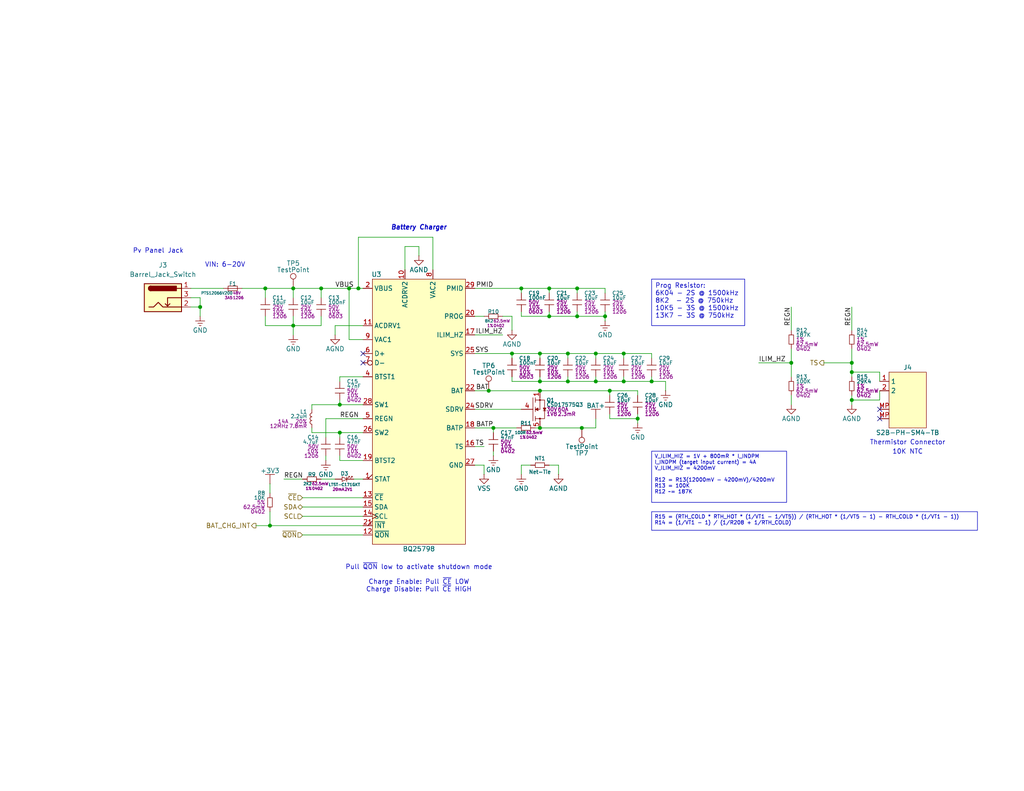
<source format=kicad_sch>
(kicad_sch (version 20231120) (generator "eeschema") (generator_version "8.0")
  (paper "USLetter")
  (title_block (title "LiFePO4 Charger") (date "2024-11-29") (rev "01") (comment 2 "PROTOTYPE") (comment 3 "2024"))
  (lib_symbols
    (symbol "lib_sch:+3V3" (power) (pin_numbers hide) (pin_names (offset 0) hide)
      (property "Value" "+3V3" (at 0 3.556 0))
      (symbol "+3V3_1_1"
        (pin power_in line (at 0 0 90) (length 0) (name "~") (number "1"))
      )
    )
    (symbol "lib_sch:AGND" (power) (pin_numbers hide) (pin_names (offset 0) hide)
      (property "Value" "AGND" (at 0 -3.81 0))
      (symbol "AGND_1_1"
        (pin power_in line (at 0 0 270) (length 0) (name "~") (number "1"))
      )
    )
    (symbol "lib_sch:BAT+" (power) (pin_numbers hide) (pin_names (offset 0) hide)
      (property "Value" "BAT+" (at 0 3.556 0))
      (symbol "BAT+_1_1"
        (pin power_in line (at 0 0 90) (length 0) (name "~") (number "1"))
      )
    )
    (symbol "lib_sch:BQ25798"
      (property "Reference" "U" (at -12.954 35.56 0))
      (symbol "BQ25798_0_0"
        (pin open_emitter output_low (at -15.24 -20.32 0) (length 2.54) (name "STAT") (number "1"))
        (pin output line (at -3.81 36.83 270) (length 2.54) (name "ACDRV2") (number "10"))
        (pin output line (at -15.24 21.59 0) (length 2.54) (name "ACDRV1") (number "11"))
        (pin input line (at -15.24 -35.56 0) (length 2.54) (name "~{QON}") (number "12"))
        (pin input line (at -15.24 -25.4 0) (length 2.54) (name "~{CE}") (number "13"))
        (pin input clock (at -15.24 -30.48 0) (length 2.54) (name "SCL") (number "14"))
        (pin bidirectional line (at -15.24 -27.94 0) (length 2.54) (name "SDA") (number "15"))
        (pin input line (at 15.24 -11.43 180) (length 2.54) (name "TS") (number "16"))
        (pin passive line (at 15.24 19.05 180) (length 2.54) (name "ILIM_HZ") (number "17"))
        (pin input line (at 15.24 -6.35 180) (length 2.54) (name "BATP") (number "18"))
        (pin power_out line (at -15.24 -15.24 0) (length 2.54) (name "BTST2") (number "19"))
        (pin power_in line (at -15.24 31.75 0) (length 2.54) (name "VBUS") (number "2"))
        (pin passive line (at 15.24 24.13 180) (length 2.54) (name "PROG") (number "20"))
        (pin output output_low (at -15.24 -33.02 0) (length 2.54) (name "~{INT}") (number "21"))
        (pin power_out line (at 15.24 3.81 180) (length 2.54) (name "BAT") (number "22"))
        (pin power_out line (at 15.24 -1.27 180) (length 2.54) (name "SDRV") (number "24"))
        (pin output line (at 15.24 13.97 180) (length 2.54) (name "SYS") (number "25"))
        (pin passive line (at -15.24 -7.62 0) (length 2.54) (name "SW2") (number "26"))
        (pin passive line (at 15.24 -16.51 180) (length 2.54) (name "GND") (number "27"))
        (pin passive line (at -15.24 0 0) (length 2.54) (name "SW1") (number "28"))
        (pin open_collector line (at 15.24 31.75 180) (length 2.54) (name "PMID") (number "29"))
        (pin power_in line (at -15.24 7.62 0) (length 2.54) (name "BTST1") (number "4"))
        (pin power_out line (at -15.24 -3.81 0) (length 2.54) (name "REGN") (number "5"))
        (pin bidirectional line (at -15.24 13.97 0) (length 2.54) (name "D+") (number "6"))
        (pin bidirectional inverted (at -15.24 11.43 0) (length 2.54) (name "D-") (number "7"))
        (pin power_in line (at 3.81 36.83 270) (length 2.54) (name "VAC2") (number "8"))
        (pin power_in line (at -15.24 17.78 0) (length 2.54) (name "VAC1") (number "9"))
      )
      (symbol "BQ25798_1_0"
        (pin output line (at 15.24 3.81 180) (length 2.54) hide (name "BAT") (number "23"))
        (pin power_in line (at -15.24 31.75 0) (length 2.54) hide (name "VBUS") (number "3"))
      )
    )
    (symbol "lib_sch:Barrel_Jack_Switch" (pin_names hide)
      (property "Reference" "J" (at 0 5.334 0))
      (property "Value" "Barrel_Jack_Switch" (at 0 -5.08 0))
      (symbol "Barrel_Jack_Switch_1_1"
        (pin passive line (at 7.62 2.54 180) (length 2.54) (name "~") (number "1"))
        (pin passive line (at 7.62 -2.54 180) (length 2.54) (name "~") (number "2"))
        (pin passive line (at 7.62 0 180) (length 2.54) (name "~") (number "3"))
      )
    )
    (symbol "lib_sch:C" (pin_numbers hide) (pin_names hide)
      (property "Reference" "C?" (at 1.905 2.54 0))
      (property "Value" "CAP" (at 1.905 1.27 0))
      (property "Tolerance" "TOL" (at 1.905 -1.27 0))
      (property "Voltage Rating" "VOLTAGE" (at 1.905 0 0))
      (property "Package" "PKG" (at 1.905 -2.54 0))
      (symbol "C_1_1"
        (pin passive line (at 0 2.54 270) (length 1.905) (name "") (number "1"))
        (pin passive line (at 0 -2.54 90) (length 1.905) (name "") (number "2"))
      )
    )
    (symbol "lib_sch:F_horizontal"
      (property "Reference" "F" (at 0 1.27 0))
      (property "Value" "VAL" (at 0 -1.27 0))
      (property "Voltage" "VOLT" (at 0 -1.27 0))
      (property "Trip Current" "TRIP" (at 0 -2.54 0))
      (property "Package" "PKG" (at 0 -2.54 0))
      (symbol "F_horizontal_1_1"
        (pin passive line (at -2.54 0 0) (length 1.27) (name "") (number "1"))
        (pin passive line (at 2.54 0 180) (length 1.27) (name "") (number "2"))
      )
    )
    (symbol "lib_sch:GND" (power) (pin_numbers hide) (pin_names (offset 0) hide)
      (property "Value" "GND" (at 0 -3.81 0))
      (symbol "GND_1_1"
        (pin power_in line (at 0 0 270) (length 0) (name "~") (number "1"))
      )
    )
    (symbol "lib_sch:L" (pin_numbers hide) (pin_names hide)
      (property "Reference" "L?" (at 1.27 1.905 0))
      (property "Value" "VAL" (at 1.27 0.635 0))
      (property "Tolerance" "TOL" (at 1.27 -0.635 0))
      (property "Current Rating" "TOL" (at 4.445 -0.635 0))
      (property "DC Resistance" "DCR" (at 1.27 -1.905 0))
      (property "Resonant Frequency" "FRES" (at 4.445 -1.905 0))
      (symbol "L_1_0"
        (pin passive line (at 0 2.54 270) (length 1.016) (name "") (number "1"))
        (pin passive line (at 0 -2.54 90) (length 1.016) (name "") (number "2"))
      )
    )
    (symbol "lib_sch:LED_horizontal" (pin_numbers hide)
      (property "Reference" "D" (at 0 1.524 0))
      (property "Value" "VAL" (at 0 -1.524 0))
      (property "Forward Voltage" "FVOLT" (at 0 -2.794 0))
      (property "Current" "CURR" (at 0 -2.794 0))
      (symbol "LED_horizontal_1_0"
        (pin passive line (at -2.54 0 0) (length 1.905) (name "") (number "1"))
        (pin passive line (at 2.54 0 180) (length 1.905) (name "") (number "2"))
      )
    )
    (symbol "lib_sch:NMOS_SGD_PWR" (pin_names hide)
      (property "Reference" "Q3" (at 0 2.54 0))
      (property "Value" "CSD18532Q5B" (at 0 3.81 0))
      (property "VDSS" "60V" (at 0 5.08 0))
      (property "VGSTH" "2V2" (at 0 6.35 0))
      (property "ID" "100A" (at 0 5.08 0))
      (property "RDSON" "3.2mR" (at 0 6.35 0))
      (symbol "NMOS_SGD_PWR_1_0"
        (pin passive line (at 5.08 0 180) (length 1.905) (name "") (number "1"))
        (pin passive line (at 5.08 0 180) (length 1.905) hide (name "") (number "2"))
        (pin passive line (at 5.08 0 180) (length 1.905) hide (name "") (number "3"))
        (pin passive line (at 0 -5.08 90) (length 3.175) (name "") (number "4"))
        (pin passive line (at -5.08 0 0) (length 1.905) (name "") (number "5"))
        (pin passive line (at -5.08 0 0) (length 1.905) hide (name "") (number "6"))
        (pin passive line (at -5.08 0 0) (length 1.905) hide (name "") (number "7"))
        (pin passive line (at -5.08 0 0) (length 1.905) hide (name "") (number "8"))
      )
    )
    (symbol "lib_sch:NT"
      (property "Reference" "NT?" (at 1.27 0.635 0))
      (property "Value" "Net-Tie" (at 1.27 -0.635 0))
      (symbol "NT_1_1"
        (pin passive line (at 0 2.54 270) (length 1.27) (name "") (number "1"))
        (pin passive line (at 0 -2.54 90) (length 1.27) (name "") (number "2"))
      )
    )
    (symbol "lib_sch:R"
      (property "Reference" "R?" (at 1.27 2.54 0))
      (property "Value" "VAL" (at 1.27 1.27 0))
      (property "Tolerance" "TOL" (at 1.27 0 0))
      (property "Power Rating" "PWR" (at 1.27 -1.27 0))
      (property "Package" "PKG" (at 1.27 -2.54 0))
      (symbol "R_1_1"
        (pin passive line (at 0 2.54 270) (length 1.27) (name "") (number "1"))
        (pin passive line (at 0 -2.54 90) (length 1.27) (name "") (number "2"))
      )
    )
    (symbol "lib_sch:R_horizontal"
      (property "Reference" "R?" (at 0 1.27 0))
      (property "Value" "VAL" (at 0 -1.27 0))
      (property "Tolerance" "TOL" (at 0 -2.54 0))
      (property "Power Rating" "PWR" (at 0 -1.27 0))
      (property "Package" "PKG" (at 0 -2.54 0))
      (symbol "R_horizontal_1_1"
        (pin passive line (at -2.54 0 0) (length 1.27) (name "") (number "1"))
        (pin passive line (at 2.54 0 180) (length 1.27) (name "") (number "2"))
      )
    )
    (symbol "lib_sch:S2B-XX-SM4-TB"
      (property "Reference" "J" (at 0 8.89 0))
      (property "Value" "S2B-XX-SM4-TB" (at 0 -8.89 0))
      (symbol "S2B-XX-SM4-TB_1_0"
        (pin passive line (at -7.62 5.08 0) (length 2.54) (name "1") (number "1"))
        (pin power_in line (at -7.62 2.54 0) (length 2.54) (name "2") (number "2"))
        (pin passive line (at -7.62 -5.08 0) (length 2.54) (name "") (number "MP"))
        (pin passive line (at -7.62 -2.54 0) (length 2.54) (name "") (number "MP"))
      )
    )
    (symbol "lib_sch:TestPoint" (pin_numbers hide) (pin_names (offset 0.762) hide)
      (property "Reference" "TP" (at 0 6.858 0))
      (property "Value" "TestPoint" (at 0 5.08 0))
      (symbol "TestPoint_1_1"
        (pin passive line (at 0 0 90) (length 2.54) (name "1") (number "1"))
      )
    )
    (symbol "lib_sch:VSS" (power) (pin_numbers hide) (pin_names (offset 0) hide)
      (property "Value" "VSS" (at 0 -3.81 0))
      (symbol "VSS_1_1"
        (pin power_in line (at 0 0 270) (length 0) (name "~") (number "1"))
      )
    )
  )
  (junction (at 142.24 78.74))
  (junction (at 54.61 83.82))
  (junction (at 170.18 96.52))
  (junction (at 154.94 104.14))
  (junction (at 97.79 78.74))
  (junction (at 157.48 78.74))
  (junction (at 173.99 114.3))
  (junction (at 149.86 86.36))
  (junction (at 73.66 143.51))
  (junction (at 80.01 88.9))
  (junction (at 154.94 96.52))
  (junction (at 158.75 116.84))
  (junction (at 87.63 78.74))
  (junction (at 147.32 106.68))
  (junction (at 92.71 118.11))
  (junction (at 147.32 116.84))
  (junction (at 134.62 116.84))
  (junction (at 162.56 104.14))
  (junction (at 147.32 96.52))
  (junction (at 177.8 104.14))
  (junction (at 139.7 96.52))
  (junction (at 92.71 110.49))
  (junction (at 72.39 78.74))
  (junction (at 215.9 99.06))
  (junction (at 232.41 99.06))
  (junction (at 232.41 101.6))
  (junction (at 80.01 78.74))
  (junction (at 157.48 86.36))
  (junction (at 165.1 86.36))
  (junction (at 170.18 104.14))
  (junction (at 147.32 104.14))
  (junction (at 166.37 106.68))
  (junction (at 95.25 78.74))
  (junction (at 149.86 78.74))
  (junction (at 162.56 96.52))
  (junction (at 232.41 109.22))
  (junction (at 133.35 106.68))
  (no_connect (at 240.03 114.3))
  (no_connect (at 240.03 111.76))
  (no_connect (at 99.06 96.52))
  (no_connect (at 99.06 99.06))
  (wire (pts (xy 72.39 78.74) (xy 80.01 78.74)))
  (wire (pts (xy 166.37 106.68) (xy 166.37 107.95)))
  (wire (pts (xy 207.01 99.06) (xy 215.9 99.06)))
  (wire (pts (xy 146.05 116.84) (xy 147.32 116.84)))
  (wire (pts (xy 134.62 116.84) (xy 134.62 118.11)))
  (wire (pts (xy 240.03 101.6) (xy 240.03 104.14)))
  (wire (pts (xy 162.56 96.52) (xy 162.56 97.79)))
  (wire (pts (xy 129.54 121.92) (xy 132.08 121.92)))
  (wire (pts (xy 82.55 138.43) (xy 99.06 138.43)))
  (wire (pts (xy 215.9 107.95) (xy 215.9 110.49)))
  (wire (pts (xy 129.54 106.68) (xy 133.35 106.68)))
  (wire (pts (xy 162.56 96.52) (xy 170.18 96.52)))
  (wire (pts (xy 118.11 73.66) (xy 118.11 64.77)))
  (wire (pts (xy 149.86 85.09) (xy 149.86 86.36)))
  (wire (pts (xy 165.1 85.09) (xy 165.1 86.36)))
  (wire (pts (xy 72.39 86.36) (xy 72.39 88.9)))
  (wire (pts (xy 87.63 78.74) (xy 87.63 81.28)))
  (wire (pts (xy 92.71 110.49) (xy 92.71 109.22)))
  (wire (pts (xy 129.54 111.76) (xy 142.24 111.76)))
  (wire (pts (xy 170.18 104.14) (xy 177.8 104.14)))
  (wire (pts (xy 80.01 88.9) (xy 80.01 91.44)))
  (wire (pts (xy 232.41 109.22) (xy 240.03 109.22)))
  (wire (pts (xy 129.54 86.36) (xy 132.08 86.36)))
  (wire (pts (xy 139.7 104.14) (xy 147.32 104.14)))
  (wire (pts (xy 162.56 102.87) (xy 162.56 104.14)))
  (wire (pts (xy 82.55 140.97) (xy 99.06 140.97)))
  (wire (pts (xy 157.48 78.74) (xy 157.48 80.01)))
  (wire (pts (xy 69.85 143.51) (xy 73.66 143.51)))
  (wire (pts (xy 157.48 86.36) (xy 165.1 86.36)))
  (wire (pts (xy 232.41 101.6) (xy 240.03 101.6)))
  (wire (pts (xy 73.66 143.51) (xy 99.06 143.51)))
  (wire (pts (xy 114.3 67.31) (xy 114.3 69.85)))
  (wire (pts (xy 52.07 81.28) (xy 54.61 81.28)))
  (wire (pts (xy 129.54 127) (xy 132.08 127)))
  (wire (pts (xy 157.48 85.09) (xy 157.48 86.36)))
  (wire (pts (xy 85.09 110.49) (xy 92.71 110.49)))
  (wire (pts (xy 80.01 78.74) (xy 80.01 81.28)))
  (wire (pts (xy 85.09 110.49) (xy 85.09 111.76)))
  (wire (pts (xy 166.37 114.3) (xy 173.99 114.3)))
  (wire (pts (xy 139.7 96.52) (xy 147.32 96.52)))
  (wire (pts (xy 181.61 104.14) (xy 181.61 106.68)))
  (wire (pts (xy 91.44 88.9) (xy 99.06 88.9)))
  (wire (pts (xy 129.54 78.74) (xy 142.24 78.74)))
  (wire (pts (xy 215.9 95.25) (xy 215.9 99.06)))
  (wire (pts (xy 154.94 102.87) (xy 154.94 104.14)))
  (wire (pts (xy 142.24 127) (xy 142.24 129.54)))
  (wire (pts (xy 154.94 96.52) (xy 154.94 97.79)))
  (wire (pts (xy 129.54 116.84) (xy 134.62 116.84)))
  (wire (pts (xy 142.24 78.74) (xy 142.24 80.01)))
  (wire (pts (xy 166.37 113.03) (xy 166.37 114.3)))
  (wire (pts (xy 80.01 86.36) (xy 80.01 88.9)))
  (wire (pts (xy 72.39 78.74) (xy 72.39 81.28)))
  (wire (pts (xy 149.86 78.74) (xy 149.86 80.01)))
  (wire (pts (xy 144.78 127) (xy 142.24 127)))
  (wire (pts (xy 142.24 86.36) (xy 149.86 86.36)))
  (wire (pts (xy 232.41 99.06) (xy 232.41 101.6)))
  (wire (pts (xy 92.71 118.11) (xy 92.71 119.38)))
  (wire (pts (xy 224.79 99.06) (xy 232.41 99.06)))
  (wire (pts (xy 162.56 104.14) (xy 170.18 104.14)))
  (wire (pts (xy 142.24 78.74) (xy 149.86 78.74)))
  (wire (pts (xy 118.11 64.77) (xy 97.79 64.77)))
  (wire (pts (xy 166.37 106.68) (xy 173.99 106.68)))
  (wire (pts (xy 95.25 92.71) (xy 95.25 78.74)))
  (wire (pts (xy 165.1 86.36) (xy 165.1 87.63)))
  (wire (pts (xy 177.8 104.14) (xy 177.8 102.87)))
  (wire (pts (xy 92.71 125.73) (xy 99.06 125.73)))
  (wire (pts (xy 80.01 88.9) (xy 87.63 88.9)))
  (wire (pts (xy 170.18 102.87) (xy 170.18 104.14)))
  (wire (pts (xy 85.09 118.11) (xy 85.09 116.84)))
  (wire (pts (xy 91.44 91.44) (xy 91.44 88.9)))
  (wire (pts (xy 149.86 86.36) (xy 157.48 86.36)))
  (wire (pts (xy 66.04 78.74) (xy 72.39 78.74)))
  (wire (pts (xy 88.9 124.46) (xy 88.9 125.73)))
  (wire (pts (xy 170.18 96.52) (xy 170.18 97.79)))
  (wire (pts (xy 139.7 90.17) (xy 139.7 86.36)))
  (wire (pts (xy 147.32 96.52) (xy 154.94 96.52)))
  (wire (pts (xy 82.55 146.05) (xy 99.06 146.05)))
  (wire (pts (xy 134.62 123.19) (xy 134.62 124.46)))
  (wire (pts (xy 110.49 73.66) (xy 110.49 67.31)))
  (wire (pts (xy 177.8 96.52) (xy 177.8 97.79)))
  (wire (pts (xy 240.03 106.68) (xy 240.03 109.22)))
  (wire (pts (xy 97.79 64.77) (xy 97.79 78.74)))
  (wire (pts (xy 87.63 78.74) (xy 95.25 78.74)))
  (wire (pts (xy 232.41 101.6) (xy 232.41 102.87)))
  (wire (pts (xy 88.9 114.3) (xy 88.9 119.38)))
  (wire (pts (xy 95.25 78.74) (xy 97.79 78.74)))
  (wire (pts (xy 232.41 83.82) (xy 232.41 90.17)))
  (wire (pts (xy 92.71 118.11) (xy 99.06 118.11)))
  (wire (pts (xy 152.4 127) (xy 149.86 127)))
  (wire (pts (xy 152.4 129.54) (xy 152.4 127)))
  (wire (pts (xy 232.41 107.95) (xy 232.41 109.22)))
  (wire (pts (xy 154.94 104.14) (xy 162.56 104.14)))
  (wire (pts (xy 92.71 102.87) (xy 92.71 104.14)))
  (wire (pts (xy 158.75 116.84) (xy 162.56 116.84)))
  (wire (pts (xy 73.66 139.7) (xy 73.66 143.51)))
  (wire (pts (xy 139.7 96.52) (xy 139.7 97.79)))
  (wire (pts (xy 147.32 116.84) (xy 158.75 116.84)))
  (wire (pts (xy 157.48 78.74) (xy 165.1 78.74)))
  (wire (pts (xy 72.39 88.9) (xy 80.01 88.9)))
  (wire (pts (xy 181.61 104.14) (xy 177.8 104.14)))
  (wire (pts (xy 147.32 102.87) (xy 147.32 104.14)))
  (wire (pts (xy 173.99 114.3) (xy 173.99 113.03)))
  (wire (pts (xy 77.47 130.81) (xy 82.55 130.81)))
  (wire (pts (xy 73.66 132.08) (xy 73.66 134.62)))
  (wire (pts (xy 133.35 106.68) (xy 147.32 106.68)))
  (wire (pts (xy 165.1 78.74) (xy 165.1 80.01)))
  (wire (pts (xy 162.56 114.3) (xy 162.56 116.84)))
  (wire (pts (xy 129.54 96.52) (xy 139.7 96.52)))
  (wire (pts (xy 80.01 78.74) (xy 87.63 78.74)))
  (wire (pts (xy 82.55 135.89) (xy 99.06 135.89)))
  (wire (pts (xy 97.79 78.74) (xy 99.06 78.74)))
  (wire (pts (xy 87.63 130.81) (xy 91.44 130.81)))
  (wire (pts (xy 173.99 114.3) (xy 173.99 115.57)))
  (wire (pts (xy 99.06 114.3) (xy 88.9 114.3)))
  (wire (pts (xy 170.18 96.52) (xy 177.8 96.52)))
  (wire (pts (xy 173.99 107.95) (xy 173.99 106.68)))
  (wire (pts (xy 142.24 85.09) (xy 142.24 86.36)))
  (wire (pts (xy 54.61 81.28) (xy 54.61 83.82)))
  (wire (pts (xy 87.63 86.36) (xy 87.63 88.9)))
  (wire (pts (xy 149.86 78.74) (xy 157.48 78.74)))
  (wire (pts (xy 92.71 118.11) (xy 85.09 118.11)))
  (wire (pts (xy 54.61 86.36) (xy 54.61 83.82)))
  (wire (pts (xy 232.41 95.25) (xy 232.41 99.06)))
  (wire (pts (xy 99.06 92.71) (xy 95.25 92.71)))
  (wire (pts (xy 92.71 124.46) (xy 92.71 125.73)))
  (wire (pts (xy 147.32 104.14) (xy 154.94 104.14)))
  (wire (pts (xy 147.32 96.52) (xy 147.32 97.79)))
  (wire (pts (xy 215.9 83.82) (xy 215.9 90.17)))
  (wire (pts (xy 92.71 110.49) (xy 99.06 110.49)))
  (wire (pts (xy 139.7 102.87) (xy 139.7 104.14)))
  (wire (pts (xy 96.52 130.81) (xy 99.06 130.81)))
  (wire (pts (xy 129.54 91.44) (xy 137.16 91.44)))
  (wire (pts (xy 110.49 67.31) (xy 114.3 67.31)))
  (wire (pts (xy 132.08 127) (xy 132.08 129.54)))
  (wire (pts (xy 147.32 106.68) (xy 166.37 106.68)))
  (wire (pts (xy 232.41 109.22) (xy 232.41 110.49)))
  (wire (pts (xy 215.9 99.06) (xy 215.9 102.87)))
  (wire (pts (xy 139.7 86.36) (xy 137.16 86.36)))
  (wire (pts (xy 154.94 96.52) (xy 162.56 96.52)))
  (wire (pts (xy 134.62 116.84) (xy 140.97 116.84)))
  (wire (pts (xy 52.07 78.74) (xy 60.96 78.74)))
  (wire (pts (xy 92.71 102.87) (xy 99.06 102.87)))
  (wire (pts (xy 52.07 83.82) (xy 54.61 83.82)))
  (text_box "V_ILIM_HIZ = 1V + 800mR * I_INDPM\nI_INDPM (target input current) = 4A\nV_ILIM_HIZ = 4200mV\n\nR12 = R13(12000mV - 4200mV)/4200mV\nR13 = 100K\nR12 ~= 187K" (at 177.8 123.19 0) (size 36.83 13.97) (effects (font (size 1 1)) (justify left top)))
  (text_box "Prog Resistor:\n6K04 - 2S @ 1500kHz\n8K2  - 2S @ 750kHz\n10K5 - 3S @ 1500kHz\n13K7 - 3S @ 750kHz\n" (at 177.8 76.2 0) (size 25.4 12.7) (effects (font (size 1.27 1.27)) (justify left top)))
  (text_box "R15 = (RTH_COLD * RTH_HOT * (1/VT1 - 1/VT5)) / (RTH_HOT * (1/VT5 - 1) - RTH_COLD * (1/VT1 - 1))\nR14 = (1/VT1 - 1) / (1/R208 + 1/RTH_COLD)" (at 177.8 139.7 0) (size 88.9 5.08) (effects (font (size 1 1)) (justify left top)))
  (text "Pv Panel Jack" (at 43.18 68.58 0) (effects (font (size 1.27 1.27))))
  (text "VIN: 6-20V" (at 55.88 72.39 0) (effects (font (size 1.27 1.27)) (justify left)))
  (text "Battery Charger" (at 114.3 62.23 0) (effects (font (size 1.27 1.27) (thickness 0.254) (bold yes) (italic yes))))
  (text "10K NTC" (at 247.65 123.444 0) (effects (font (size 1.27 1.27))))
  (text "Charge Enable: Pull ~{CE} LOW\nCharge Disable: Pull ~{CE} HIGH" (at 114.3 160.02 0) (effects (font (size 1.27 1.27))))
  (text "Pull ~{QON} low to activate shutdown mode" (at 114.3 154.94 0) (effects (font (size 1.27 1.27))))
  (text "Thermistor Connector" (at 247.65 120.904 0) (effects (font (size 1.27 1.27))))
  (label "REGN" (at 77.47 130.81 0))
  (label "BAT" (at 133.35 106.68 180))
  (label "REGN" (at 92.71 114.3 0))
  (label "SDRV" (at 134.62 111.76 180))
  (label "REGN" (at 232.41 83.82 270))
  (label "ILIM_HZ" (at 137.16 91.44 180))
  (label "REGN" (at 215.9 83.82 270))
  (label "TS" (at 132.08 121.92 180))
  (label "ILIM_HZ" (at 207.01 99.06 0))
  (label "BATP" (at 134.62 116.84 180))
  (label "PMID" (at 134.62 78.74 180))
  (label "SYS" (at 133.35 96.52 180))
  (label "VBUS" (at 91.44 78.74 0))
  (hierarchical_label "SCL" (shape input) (at 82.55 140.97 180))
  (hierarchical_label "TS" (shape output) (at 224.79 99.06 180))
  (hierarchical_label "BAT_CHG_INT" (shape output) (at 69.85 143.51 180))
  (hierarchical_label "~{QON}" (shape input) (at 82.55 146.05 180))
  (hierarchical_label "~{CE}" (shape input) (at 82.55 135.89 180))
  (hierarchical_label "SDA" (shape bidirectional) (at 82.55 138.43 180))
  (symbol (lib_id "lib_sch:C") (at 147.32 100.33 0) (unit 1)
    (property "Reference" "C20" (at 149.225 97.79 0) (effects (font (size 1.016 1.016)) (justify left)))
    (property "Value" "10uF" (at 149.225 99.06 0) (effects (font (size 1.016 1.016)) (justify left)))
    (property "Footprint" "lib_fp:MLCC1206" (effects (hide yes)))
    (property "Datasheet" "datasheets/TDK-CGA-MLCC.pdf" (effects (hide yes)))
    (property "Description" "AUTOMOTIVE GRADE,1206,X7R,25V,10" (effects (hide yes)))
    (property "Manufacturer" "TDK Corporation" (effects (hide yes)))
    (property "MPN" "CGA5L1X7R1E106K160DC" (effects (hide yes)))
    (property "DKPN" "445-CGA5L1X7R1E106K160DCCT-ND" (effects (hide yes)))
    (property "Tolerance" "10%" (at 149.225 101.6 0) (effects (font (size 1.016 1.016)) (justify left)))
    (property "Voltage Rating" "25V" (at 149.225 100.33 0) (effects (font (size 1.016 1.016)) (justify left)))
    (property "Package" "1206" (at 149.225 102.87 0) (effects (font (size 1.016 1.016)) (justify left)))
  )
  (symbol (lib_id "lib_sch:C") (at 142.24 82.55 0) (unit 1)
    (property "Reference" "C19" (at 144.145 80.01 0) (effects (font (size 1.016 1.016)) (justify left)))
    (property "Value" "100nF" (at 144.145 81.28 0) (effects (font (size 1.016 1.016)) (justify left)))
    (property "Footprint" "lib_fp:MLCC0603" (effects (hide yes)))
    (property "Datasheet" "datasheets/Kyocera-AVX-MLCCKAM.pdf" (effects (hide yes)))
    (property "Description" "CAP CER 0.1UF 50V X7R 0603" (effects (hide yes)))
    (property "Manufacturer" "KYOCERA AVX" (effects (hide yes)))
    (property "MPN" "KAM15AR71H104KM" (effects (hide yes)))
    (property "DKPN" "478-KAM15AR71H104KMCT-ND" (effects (hide yes)))
    (property "Tolerance" "10%" (at 144.145 83.82 0) (effects (font (size 1.016 1.016)) (justify left)))
    (property "Voltage Rating" "50V" (at 144.145 82.55 0) (effects (font (size 1.016 1.016)) (justify left)))
    (property "Package" "0603" (at 144.145 85.09 0) (effects (font (size 1.016 1.016)) (justify left)))
  )
  (symbol (lib_id "lib_sch:VSS") (at 132.08 129.54 0) (unit 1)
    (property "Reference" "#PWR031" (effects (hide yes)))
    (property "Value" "VSS" (at 132.08 133.35 0))
  )
  (symbol (lib_id "lib_sch:C") (at 170.18 100.33 0) (unit 1)
    (property "Reference" "C27" (at 172.085 97.79 0) (effects (font (size 1.016 1.016)) (justify left)))
    (property "Value" "10uF" (at 172.085 99.06 0) (effects (font (size 1.016 1.016)) (justify left)))
    (property "Footprint" "lib_fp:MLCC1206" (effects (hide yes)))
    (property "Datasheet" "datasheets/TDK-CGA-MLCC.pdf" (effects (hide yes)))
    (property "Description" "AUTOMOTIVE GRADE,1206,X7R,25V,10" (effects (hide yes)))
    (property "Manufacturer" "TDK Corporation" (effects (hide yes)))
    (property "MPN" "CGA5L1X7R1E106K160DC" (effects (hide yes)))
    (property "DKPN" "445-CGA5L1X7R1E106K160DCCT-ND" (effects (hide yes)))
    (property "Tolerance" "10%" (at 172.085 101.6 0) (effects (font (size 1.016 1.016)) (justify left)))
    (property "Voltage Rating" "25V" (at 172.085 100.33 0) (effects (font (size 1.016 1.016)) (justify left)))
    (property "Package" "1206" (at 172.085 102.87 0) (effects (font (size 1.016 1.016)) (justify left)))
  )
  (symbol (lib_id "lib_sch:C") (at 87.63 83.82 0) (unit 1)
    (property "Reference" "C13" (at 89.535 81.28 0) (effects (font (size 1.016 1.016)) (justify left)))
    (property "Value" "100nF" (at 89.535 82.55 0) (effects (font (size 1.016 1.016)) (justify left)))
    (property "Footprint" "lib_fp:MLCC0603" (effects (hide yes)))
    (property "Datasheet" "datasheets/Kyocera-AVX-MLCCKAM.pdf" (effects (hide yes)))
    (property "Description" "CAP CER 0.1UF 50V X7R 0603" (effects (hide yes)))
    (property "Manufacturer" "KYOCERA AVX" (effects (hide yes)))
    (property "MPN" "KAM15AR71H104KM" (effects (hide yes)))
    (property "DKPN" "478-KAM15AR71H104KMCT-ND" (effects (hide yes)))
    (property "Tolerance" "10%" (at 89.535 85.09 0) (effects (font (size 1.016 1.016)) (justify left)))
    (property "Voltage Rating" "50V" (at 89.535 83.82 0) (effects (font (size 1.016 1.016)) (justify left)))
    (property "Package" "0603" (at 89.535 86.36 0) (effects (font (size 1.016 1.016)) (justify left)))
  )
  (symbol (lib_id "lib_sch:F_horizontal") (at 63.5 78.74 0) (unit 1)
    (property "Reference" "F1" (at 63.5 77.47 0) (effects (font (size 1.016 1.016))))
    (property "Value" "PTS12066V200" (at 63.5 80.01 0) (effects (font (size 0.762 0.762)) (justify right)))
    (property "Footprint" "lib_fp:PTS1206" (effects (hide yes)))
    (property "Datasheet" "datasheets/Eaton-PTS12066V200.pdf" (effects (hide yes)))
    (property "Description" "PTC RESET FUSE 6V 2A 1206" (effects (hide yes)))
    (property "Manufacturer" "Eaton - Electronics Division" (effects (hide yes)))
    (property "MPN" "PTS12066V200" (effects (hide yes)))
    (property "DKPN" "283-PTS12066V200CT-ND" (effects (hide yes)))
    (property "Voltage" "48V" (at 63.5 80.01 0) (effects (font (size 0.762 0.762)) (justify left)))
    (property "Trip Current" "3A5" (at 63.5 81.28 0) (effects (font (size 0.762 0.762)) (justify right)))
    (property "Package" "1206" (at 63.5 81.28 0) (effects (font (size 0.762 0.762)) (justify left)))
  )
  (symbol (lib_id "lib_sch:C") (at 165.1 82.55 0) (unit 1)
    (property "Reference" "C25" (at 167.005 80.01 0) (effects (font (size 1.016 1.016)) (justify left)))
    (property "Value" "10uF" (at 167.005 81.28 0) (effects (font (size 1.016 1.016)) (justify left)))
    (property "Footprint" "lib_fp:MLCC1206" (effects (hide yes)))
    (property "Datasheet" "datasheets/TDK-CGA-MLCC.pdf" (effects (hide yes)))
    (property "Description" "AUTOMOTIVE GRADE,1206,X7R,25V,10" (effects (hide yes)))
    (property "Manufacturer" "TDK Corporation" (effects (hide yes)))
    (property "MPN" "CGA5L1X7R1E106K160DC" (effects (hide yes)))
    (property "DKPN" "445-CGA5L1X7R1E106K160DCCT-ND" (effects (hide yes)))
    (property "Tolerance" "10%" (at 167.005 83.82 0) (effects (font (size 1.016 1.016)) (justify left)))
    (property "Voltage Rating" "25V" (at 167.005 82.55 0) (effects (font (size 1.016 1.016)) (justify left)))
    (property "Package" "1206" (at 167.005 85.09 0) (effects (font (size 1.016 1.016)) (justify left)))
  )
  (symbol (lib_id "lib_sch:C") (at 92.71 106.68 0) (unit 1)
    (property "Reference" "C15" (at 94.615 104.14 0) (effects (font (size 1.016 1.016)) (justify left)))
    (property "Value" "47nF" (at 94.615 105.41 0) (effects (font (size 1.016 1.016)) (justify left)))
    (property "Footprint" "lib_fp:MLCC0402" (effects (hide yes)))
    (property "Datasheet" "datasheets/Kyocera-AVX-MLCCKAM.pdf" (effects (hide yes)))
    (property "Description" "CAP CER 4700PF 50V X7R 0402" (effects (hide yes)))
    (property "Manufacturer" "KYOCERA AVX" (effects (hide yes)))
    (property "MPN" "04025C472K4T2A" (effects (hide yes)))
    (property "DKPN" "478-KAM05AR71H472KHCT-ND" (effects (hide yes)))
    (property "Tolerance" "10%" (at 94.615 107.95 0) (effects (font (size 1.016 1.016)) (justify left)))
    (property "Voltage Rating" "50V" (at 94.615 106.68 0) (effects (font (size 1.016 1.016)) (justify left)))
    (property "Package" "0402" (at 94.615 109.22 0) (effects (font (size 1.016 1.016)) (justify left)))
  )
  (symbol (lib_id "lib_sch:AGND") (at 139.7 90.17 0) (unit 1)
    (property "Reference" "#PWR033" (effects (hide yes)))
    (property "Value" "AGND" (at 139.7 93.98 0))
  )
  (symbol (lib_id "lib_sch:R") (at 232.41 105.41 0) (unit 1)
    (property "Reference" "R15" (at 233.68 102.87 0) (effects (font (size 1.016 1.016)) (justify left)))
    (property "Value" "29K4" (at 233.68 104.14 0) (effects (font (size 1.016 1.016)) (justify left)))
    (property "Footprint" "lib_fp:CRCW0402" (effects (hide yes)))
    (property "Datasheet" "datasheets/Vishay-Dale-DRCWe3.pdf" (effects (hide yes)))
    (property "Description" "RES SMD 29.4K OHM 1% 1/16W 0402" (effects (hide yes)))
    (property "Manufacturer" "Vishay Dale" (effects (hide yes)))
    (property "MPN" "CRCW040229K4FKED" (effects (hide yes)))
    (property "DKPN" "541-29.4KLCT-ND" (effects (hide yes)))
    (property "Tolerance" "1%" (at 233.68 105.41 0) (effects (font (size 1.016 1.016)) (justify left)))
    (property "Power Rating" "62.5mW" (at 233.68 106.68 0) (effects (font (size 1.016 1.016)) (justify left)))
    (property "Package" "0402" (at 233.68 107.95 0) (effects (font (size 1.016 1.016)) (justify left)))
  )
  (symbol (lib_id "lib_sch:C") (at 134.62 120.65 0) (unit 1)
    (property "Reference" "C17" (at 136.525 118.11 0) (effects (font (size 1.016 1.016)) (justify left)))
    (property "Value" "47nF" (at 136.525 119.38 0) (effects (font (size 1.016 1.016)) (justify left)))
    (property "Footprint" "lib_fp:MLCC0402" (effects (hide yes)))
    (property "Datasheet" "datasheets/Kyocera-AVX-MLCCKAM.pdf" (effects (hide yes)))
    (property "Description" "CAP CER 4700PF 50V X7R 0402" (effects (hide yes)))
    (property "Manufacturer" "KYOCERA AVX" (effects (hide yes)))
    (property "MPN" "04025C472K4T2A" (effects (hide yes)))
    (property "DKPN" "478-KAM05AR71H472KHCT-ND" (effects (hide yes)))
    (property "Tolerance" "10%" (at 136.525 121.92 0) (effects (font (size 1.016 1.016)) (justify left)))
    (property "Voltage Rating" "50V" (at 136.525 120.65 0) (effects (font (size 1.016 1.016)) (justify left)))
    (property "Package" "0402" (at 136.525 123.19 0) (effects (font (size 1.016 1.016)) (justify left)))
  )
  (symbol (lib_id "lib_sch:AGND") (at 232.41 110.49 0) (unit 1)
    (property "Reference" "#PWR041" (effects (hide yes)))
    (property "Value" "AGND" (at 232.41 114.3 0))
  )
  (symbol (lib_id "lib_sch:GND") (at 54.61 86.36 0) (unit 1)
    (property "Reference" "#PWR025" (effects (hide yes)))
    (property "Value" "GND" (at 54.61 90.17 0))
  )
  (symbol (lib_id "lib_sch:R") (at 73.66 137.16 0) (mirror y) (unit 1)
    (property "Reference" "R8" (at 72.39 134.62 0) (effects (font (size 1.016 1.016)) (justify left)))
    (property "Value" "10K" (at 72.39 135.89 0) (effects (font (size 1.016 1.016)) (justify left)))
    (property "Footprint" "lib_fp:CRCW0402" (effects (hide yes)))
    (property "Datasheet" "datasheets/Vishay-Dale-DRCWe3.pdf" (effects (hide yes)))
    (property "Description" "RES SMD 10K OHM 5% 1/16W 0402" (effects (hide yes)))
    (property "Manufacturer" "Vishay Dale" (effects (hide yes)))
    (property "MPN" "CRCW040210K0JNED" (effects (hide yes)))
    (property "DKPN" "541-10KJCT-ND" (effects (hide yes)))
    (property "Tolerance" "5%" (at 72.39 137.16 0) (effects (font (size 1.016 1.016)) (justify left)))
    (property "Power Rating" "62.5mW" (at 72.39 138.43 0) (effects (font (size 1.016 1.016)) (justify left)))
    (property "Package" "0402" (at 72.39 139.7 0) (effects (font (size 1.016 1.016)) (justify left)))
  )
  (symbol (lib_id "lib_sch:TestPoint") (at 80.01 78.74 0) (unit 1)
    (property "Reference" "TP5" (at 80.01 71.882 0))
    (property "Value" "TestPoint" (at 80.01 73.66 0))
    (property "Footprint" "lib_fp:TP_1mm" (effects (hide yes)))
  )
  (symbol (lib_id "lib_sch:AGND") (at 91.44 91.44 0) (unit 1)
    (property "Reference" "#PWR029" (effects (hide yes)))
    (property "Value" "AGND" (at 91.44 95.25 0))
  )
  (symbol (lib_id "lib_sch:GND") (at 142.24 129.54 0) (unit 1)
    (property "Reference" "#PWR034" (effects (hide yes)))
    (property "Value" "GND" (at 142.24 133.35 0))
  )
  (symbol (lib_id "lib_sch:GND") (at 88.9 125.73 0) (unit 1)
    (property "Reference" "#PWR028" (effects (hide yes)))
    (property "Value" "GND" (at 88.9 129.54 0))
  )
  (symbol (lib_id "lib_sch:C") (at 149.86 82.55 0) (unit 1)
    (property "Reference" "C21" (at 151.765 80.01 0) (effects (font (size 1.016 1.016)) (justify left)))
    (property "Value" "10uF" (at 151.765 81.28 0) (effects (font (size 1.016 1.016)) (justify left)))
    (property "Footprint" "lib_fp:MLCC1206" (effects (hide yes)))
    (property "Datasheet" "datasheets/TDK-CGA-MLCC.pdf" (effects (hide yes)))
    (property "Description" "AUTOMOTIVE GRADE,1206,X7R,25V,10" (effects (hide yes)))
    (property "Manufacturer" "TDK Corporation" (effects (hide yes)))
    (property "MPN" "CGA5L1X7R1E106K160DC" (effects (hide yes)))
    (property "DKPN" "445-CGA5L1X7R1E106K160DCCT-ND" (effects (hide yes)))
    (property "Tolerance" "10%" (at 151.765 83.82 0) (effects (font (size 1.016 1.016)) (justify left)))
    (property "Voltage Rating" "25V" (at 151.765 82.55 0) (effects (font (size 1.016 1.016)) (justify left)))
    (property "Package" "1206" (at 151.765 85.09 0) (effects (font (size 1.016 1.016)) (justify left)))
  )
  (symbol (lib_id "lib_sch:C") (at 139.7 100.33 0) (unit 1)
    (property "Reference" "C18" (at 141.605 97.79 0) (effects (font (size 1.016 1.016)) (justify left)))
    (property "Value" "100nF" (at 141.605 99.06 0) (effects (font (size 1.016 1.016)) (justify left)))
    (property "Footprint" "lib_fp:MLCC0603" (effects (hide yes)))
    (property "Datasheet" "datasheets/Kyocera-AVX-MLCCKAM.pdf" (effects (hide yes)))
    (property "Description" "CAP CER 0.1UF 50V X7R 0603" (effects (hide yes)))
    (property "Manufacturer" "KYOCERA AVX" (effects (hide yes)))
    (property "MPN" "KAM15AR71H104KM" (effects (hide yes)))
    (property "DKPN" "478-KAM15AR71H104KMCT-ND" (effects (hide yes)))
    (property "Tolerance" "10%" (at 141.605 101.6 0) (effects (font (size 1.016 1.016)) (justify left)))
    (property "Voltage Rating" "50V" (at 141.605 100.33 0) (effects (font (size 1.016 1.016)) (justify left)))
    (property "Package" "0603" (at 141.605 102.87 0) (effects (font (size 1.016 1.016)) (justify left)))
  )
  (symbol (lib_id "lib_sch:GND") (at 165.1 87.63 0) (unit 1)
    (property "Reference" "#PWR037" (effects (hide yes)))
    (property "Value" "GND" (at 165.1 91.44 0))
  )
  (symbol (lib_id "lib_sch:BQ25798") (at 114.3 110.49 0) (unit 1)
    (property "Reference" "U3" (at 101.346 74.93 0) (effects (justify left)))
    (property "Value" "BQ25798" (at 114.3 149.86 0))
    (property "Footprint" "lib_fp:RQM0029A" (effects (hide yes)))
    (property "Datasheet" "datasheets/Texas-Instruments-BQ25798.pdf" (effects (hide yes)))
    (property "Description" "IC CONTROLLED, 1-4-CELL, 5-A BUC" (effects (hide yes)))
    (property "Manufacturer" "Texas Instruments" (effects (hide yes)))
    (property "MPN" "BQ25798RQMR" (effects (hide yes)))
    (property "DKPN" "296-BQ25798RQMRCT-ND" (effects (hide yes)))
  )
  (symbol (lib_id "lib_sch:R") (at 215.9 105.41 0) (unit 1)
    (property "Reference" "R13" (at 217.17 102.87 0) (effects (font (size 1.016 1.016)) (justify left)))
    (property "Value" "100K" (at 217.17 104.14 0) (effects (font (size 1.016 1.016)) (justify left)))
    (property "Footprint" "lib_fp:CRCW0402" (effects (hide yes)))
    (property "Datasheet" "datasheets/Vishay-Dale-DRCWe3.pdf" (effects (hide yes)))
    (property "Description" "RES SMD 100K OHM 1% 1/16W 0402" (effects (hide yes)))
    (property "Manufacturer" "Vishay Dale" (effects (hide yes)))
    (property "MPN" "CRCW0402100KFKED" (effects (hide yes)))
    (property "DKPN" "541-100KLCT-ND" (effects (hide yes)))
    (property "Tolerance" "1%" (at 217.17 105.41 0) (effects (font (size 1.016 1.016)) (justify left)))
    (property "Power Rating" "62.5mW" (at 217.17 106.68 0) (effects (font (size 1.016 1.016)) (justify left)))
    (property "Package" "0402" (at 217.17 107.95 0) (effects (font (size 1.016 1.016)) (justify left)))
  )
  (symbol (lib_id "lib_sch:TestPoint") (at 158.75 116.84 180) (unit 1)
    (property "Reference" "TP7" (at 158.75 123.698 0))
    (property "Value" "TestPoint" (at 158.75 121.92 0))
    (property "Footprint" "lib_fp:TP_1mm" (effects (hide yes)))
  )
  (symbol (lib_id "lib_sch:C") (at 154.94 100.33 0) (unit 1)
    (property "Reference" "C22" (at 156.845 97.79 0) (effects (font (size 1.016 1.016)) (justify left)))
    (property "Value" "10uF" (at 156.845 99.06 0) (effects (font (size 1.016 1.016)) (justify left)))
    (property "Footprint" "lib_fp:MLCC1206" (effects (hide yes)))
    (property "Datasheet" "datasheets/TDK-CGA-MLCC.pdf" (effects (hide yes)))
    (property "Description" "AUTOMOTIVE GRADE,1206,X7R,25V,10" (effects (hide yes)))
    (property "Manufacturer" "TDK Corporation" (effects (hide yes)))
    (property "MPN" "CGA5L1X7R1E106K160DC" (effects (hide yes)))
    (property "DKPN" "445-CGA5L1X7R1E106K160DCCT-ND" (effects (hide yes)))
    (property "Tolerance" "10%" (at 156.845 101.6 0) (effects (font (size 1.016 1.016)) (justify left)))
    (property "Voltage Rating" "25V" (at 156.845 100.33 0) (effects (font (size 1.016 1.016)) (justify left)))
    (property "Package" "1206" (at 156.845 102.87 0) (effects (font (size 1.016 1.016)) (justify left)))
  )
  (symbol (lib_id "lib_sch:+3V3") (at 73.66 132.08 0) (unit 1)
    (property "Reference" "#PWR026" (effects (hide yes)))
    (property "Value" "+3V3" (at 73.66 128.524 0))
  )
  (symbol (lib_id "lib_sch:NT") (at 147.32 127 90) (unit 1)
    (property "Reference" "NT1" (at 147.32 125.73 90) (effects (font (size 1.016 1.016)) (justify top)))
    (property "Value" "Net-Tie" (at 147.32 128.27 90) (effects (font (size 1.016 1.016)) (justify bottom)))
    (property "Footprint" "lib_fp:CRCW2010" (effects (hide yes)))
    (property "Datasheet" "datasheets/Vishay-Dale-DRCWe3.pdf" (effects (hide yes)))
    (property "Description" "RES SMD 0 OHM JUMPER 3/4W 2010" (effects (hide yes)))
    (property "Manufacturer" "Vishay Dale" (effects (hide yes)))
    (property "MPN" "CRCW20100000Z0EF" (effects (hide yes)))
    (property "DKPN" "541-0.0WCT-ND" (effects (hide yes)))
  )
  (symbol (lib_id "lib_sch:C") (at 166.37 110.49 0) (unit 1)
    (property "Reference" "C26" (at 168.275 107.95 0) (effects (font (size 1.016 1.016)) (justify left)))
    (property "Value" "10uF" (at 168.275 109.22 0) (effects (font (size 1.016 1.016)) (justify left)))
    (property "Footprint" "lib_fp:MLCC1206" (effects (hide yes)))
    (property "Datasheet" "datasheets/TDK-CGA-MLCC.pdf" (effects (hide yes)))
    (property "Description" "AUTOMOTIVE GRADE,1206,X7R,25V,10" (effects (hide yes)))
    (property "Manufacturer" "TDK Corporation" (effects (hide yes)))
    (property "MPN" "CGA5L1X7R1E106K160DC" (effects (hide yes)))
    (property "DKPN" "445-CGA5L1X7R1E106K160DCCT-ND" (effects (hide yes)))
    (property "Tolerance" "10%" (at 168.275 111.76 0) (effects (font (size 1.016 1.016)) (justify left)))
    (property "Voltage Rating" "25V" (at 168.275 110.49 0) (effects (font (size 1.016 1.016)) (justify left)))
    (property "Package" "1206" (at 168.275 113.03 0) (effects (font (size 1.016 1.016)) (justify left)))
  )
  (symbol (lib_id "lib_sch:C") (at 92.71 121.92 0) (unit 1)
    (property "Reference" "C16" (at 94.615 119.38 0) (effects (font (size 1.016 1.016)) (justify left)))
    (property "Value" "47nF" (at 94.615 120.65 0) (effects (font (size 1.016 1.016)) (justify left)))
    (property "Footprint" "lib_fp:MLCC0402" (effects (hide yes)))
    (property "Datasheet" "datasheets/Kyocera-AVX-MLCCKAM.pdf" (effects (hide yes)))
    (property "Description" "CAP CER 4700PF 50V X7R 0402" (effects (hide yes)))
    (property "Manufacturer" "KYOCERA AVX" (effects (hide yes)))
    (property "MPN" "04025C472K4T2A" (effects (hide yes)))
    (property "DKPN" "478-KAM05AR71H472KHCT-ND" (effects (hide yes)))
    (property "Tolerance" "10%" (at 94.615 123.19 0) (effects (font (size 1.016 1.016)) (justify left)))
    (property "Voltage Rating" "50V" (at 94.615 121.92 0) (effects (font (size 1.016 1.016)) (justify left)))
    (property "Package" "0402" (at 94.615 124.46 0) (effects (font (size 1.016 1.016)) (justify left)))
  )
  (symbol (lib_id "lib_sch:NMOS_SGD_PWR") (at 147.32 111.76 270) (mirror x) (unit 1)
    (property "Reference" "Q1" (at 149.098 109.22 90) (effects (font (size 1.016 1.016)) (justify left)))
    (property "Value" "CSD17575Q3" (at 149.098 110.49 90) (effects (font (size 1.016 1.016)) (justify left)))
    (property "Footprint" "lib_fp:SON8P65_330X330X100L45X34N" (effects (hide yes)))
    (property "Datasheet" "datasheets/Texas-Instruments-CSD17575Q3.pdf" (effects (hide yes)))
    (property "Description" "MOSFET N-CH 30V 60A 8VSON" (effects (hide yes)))
    (property "Manufacturer" "Texas Instruments" (effects (hide yes)))
    (property "MPN" "CSD17575Q3" (effects (hide yes)))
    (property "DKPN" "296-39994-1-ND" (effects (hide yes)))
    (property "VDSS" "30V" (at 149.098 111.76 90) (effects (font (size 1.016 1.016)) (justify left)))
    (property "VGSTH" "1V8" (at 149.098 113.03 90) (effects (font (size 1.016 1.016)) (justify left)))
    (property "ID" "60A" (at 152.146 111.76 90) (effects (font (size 1.016 1.016)) (justify left)))
    (property "RDSON" "2.3mR" (at 152.146 113.03 90) (effects (font (size 1.016 1.016)) (justify left)))
  )
  (symbol (lib_id "lib_sch:AGND") (at 215.9 110.49 0) (unit 1)
    (property "Reference" "#PWR040" (effects (hide yes)))
    (property "Value" "AGND" (at 215.9 114.3 0))
  )
  (symbol (lib_id "lib_sch:Barrel_Jack_Switch") (at 44.45 81.28 0) (unit 1)
    (property "Reference" "J3" (at 44.45 72.39 0))
    (property "Value" "Barrel_Jack_Switch" (at 44.45 74.93 0))
    (property "Footprint" "lib_fp:PJ-002A" (effects (hide yes)))
    (property "Datasheet" "datasheets/CUI-Devices-PJ-002A.pdf" (effects (hide yes)))
    (property "Description" "CONN PWR JACK 2X5.5MM SOLDER" (effects (hide yes)))
    (property "Manufacturer" "Same Sky" (effects (hide yes)))
    (property "MPN" "PJ-002A" (effects (hide yes)))
    (property "DKPN" "CP-002A-ND" (effects (hide yes)))
  )
  (symbol (lib_id "lib_sch:R_horizontal") (at 143.51 116.84 0) (unit 1)
    (property "Reference" "R11" (at 143.51 115.57 0) (effects (font (size 1.016 1.016))))
    (property "Value" "100R" (at 143.51 118.11 0) (effects (font (size 0.762 0.762)) (justify right)))
    (property "Footprint" "lib_fp:CRCW0402" (effects (hide yes)))
    (property "Datasheet" "datasheets/Vishay-Dale-DRCWe3.pdf" (effects (hide yes)))
    (property "Description" "RES SMD 100 OHM 1% 1/16W 0402" (effects (hide yes)))
    (property "Manufacturer" "Vishay Dale" (effects (hide yes)))
    (property "MPN" "CRCW0402100RFKED" (effects (hide yes)))
    (property "DKPN" "541-100LCT-ND" (effects (hide yes)))
    (property "Tolerance" "1%" (at 143.51 119.38 0) (effects (font (size 0.762 0.762)) (justify right)))
    (property "Power Rating" "62.5mW" (at 143.51 118.11 0) (effects (font (size 0.762 0.762)) (justify left)))
    (property "Package" "0402" (at 143.51 119.38 0) (effects (font (size 0.762 0.762)) (justify left)))
  )
  (symbol (lib_id "lib_sch:TestPoint") (at 133.35 106.68 0) (unit 1)
    (property "Reference" "TP6" (at 133.35 99.822 0))
    (property "Value" "TestPoint" (at 133.35 101.6 0))
    (property "Footprint" "lib_fp:TP_1mm" (effects (hide yes)))
  )
  (symbol (lib_id "lib_sch:GND") (at 80.01 91.44 0) (unit 1)
    (property "Reference" "#PWR027" (effects (hide yes)))
    (property "Value" "GND" (at 80.01 95.25 0))
  )
  (symbol (lib_id "lib_sch:AGND") (at 152.4 129.54 0) (unit 1)
    (property "Reference" "#PWR035" (effects (hide yes)))
    (property "Value" "AGND" (at 152.4 133.35 0))
  )
  (symbol (lib_id "lib_sch:S2B-XX-SM4-TB") (at 247.65 109.22 0) (unit 1)
    (property "Reference" "J4" (at 247.65 100.33 0))
    (property "Value" "S2B-PH-SM4-TB" (at 247.65 118.11 0))
    (property "Footprint" "lib_fp:JST-PH-S2B-SM4-TB" (effects (hide yes)))
    (property "Datasheet" "datasheets/JST-ePH.pdf" (effects (hide yes)))
    (property "Description" "CONN HEADER SMD R/A 2POS 2MM" (effects (hide yes)))
    (property "Manufacturer" "JST Sales America Inc." (effects (hide yes)))
    (property "MPN" "S2B-PH-SM4-TB" (effects (hide yes)))
    (property "DKPN" "455-S2B-PH-SM4-TBCT-ND" (effects (hide yes)))
  )
  (symbol (lib_id "lib_sch:R_horizontal") (at 134.62 86.36 0) (unit 1)
    (property "Reference" "R10" (at 134.62 85.09 0) (effects (font (size 1.016 1.016))))
    (property "Value" "8K2" (at 134.62 87.63 0) (effects (font (size 0.762 0.762)) (justify right)))
    (property "Footprint" "lib_fp:CRCW0402" (effects (hide yes)))
    (property "Datasheet" "datasheets/Vishay-Dale-DRCWe3.pdf" (effects (hide yes)))
    (property "Description" "RES SMD 8.2K OHM 1% 1/16W 0402" (effects (hide yes)))
    (property "Manufacturer" "Vishay Dale" (effects (hide yes)))
    (property "MPN" "CRCW04028K20FKED" (effects (hide yes)))
    (property "DKPN" "541-8.20KLCT-ND" (effects (hide yes)))
    (property "Tolerance" "1%" (at 134.62 88.9 0) (effects (font (size 0.762 0.762)) (justify right)))
    (property "Power Rating" "62.5mW" (at 134.62 87.63 0) (effects (font (size 0.762 0.762)) (justify left)))
    (property "Package" "0402" (at 134.62 88.9 0) (effects (font (size 0.762 0.762)) (justify left)))
  )
  (symbol (lib_id "lib_sch:GND") (at 134.62 124.46 0) (unit 1)
    (property "Reference" "#PWR032" (effects (hide yes)))
    (property "Value" "GND" (at 134.62 128.27 0))
  )
  (symbol (lib_id "lib_sch:C") (at 162.56 100.33 0) (unit 1)
    (property "Reference" "C24" (at 164.465 97.79 0) (effects (font (size 1.016 1.016)) (justify left)))
    (property "Value" "10uF" (at 164.465 99.06 0) (effects (font (size 1.016 1.016)) (justify left)))
    (property "Footprint" "lib_fp:MLCC1206" (effects (hide yes)))
    (property "Datasheet" "datasheets/TDK-CGA-MLCC.pdf" (effects (hide yes)))
    (property "Description" "AUTOMOTIVE GRADE,1206,X7R,25V,10" (effects (hide yes)))
    (property "Manufacturer" "TDK Corporation" (effects (hide yes)))
    (property "MPN" "CGA5L1X7R1E106K160DC" (effects (hide yes)))
    (property "DKPN" "445-CGA5L1X7R1E106K160DCCT-ND" (effects (hide yes)))
    (property "Tolerance" "10%" (at 164.465 101.6 0) (effects (font (size 1.016 1.016)) (justify left)))
    (property "Voltage Rating" "25V" (at 164.465 100.33 0) (effects (font (size 1.016 1.016)) (justify left)))
    (property "Package" "1206" (at 164.465 102.87 0) (effects (font (size 1.016 1.016)) (justify left)))
  )
  (symbol (lib_id "lib_sch:C") (at 177.8 100.33 0) (unit 1)
    (property "Reference" "C29" (at 179.705 97.79 0) (effects (font (size 1.016 1.016)) (justify left)))
    (property "Value" "10uF" (at 179.705 99.06 0) (effects (font (size 1.016 1.016)) (justify left)))
    (property "Footprint" "lib_fp:MLCC1206" (effects (hide yes)))
    (property "Datasheet" "datasheets/TDK-CGA-MLCC.pdf" (effects (hide yes)))
    (property "Description" "AUTOMOTIVE GRADE,1206,X7R,25V,10" (effects (hide yes)))
    (property "Manufacturer" "TDK Corporation" (effects (hide yes)))
    (property "MPN" "CGA5L1X7R1E106K160DC" (effects (hide yes)))
    (property "DKPN" "445-CGA5L1X7R1E106K160DCCT-ND" (effects (hide yes)))
    (property "Tolerance" "10%" (at 179.705 101.6 0) (effects (font (size 1.016 1.016)) (justify left)))
    (property "Voltage Rating" "25V" (at 179.705 100.33 0) (effects (font (size 1.016 1.016)) (justify left)))
    (property "Package" "1206" (at 179.705 102.87 0) (effects (font (size 1.016 1.016)) (justify left)))
  )
  (symbol (lib_id "lib_sch:AGND") (at 114.3 69.85 0) (unit 1)
    (property "Reference" "#PWR030" (effects (hide yes)))
    (property "Value" "AGND" (at 114.3 73.66 0))
  )
  (symbol (lib_id "lib_sch:L") (at 85.09 114.3 0) (mirror y) (unit 1)
    (property "Reference" "L1" (at 83.82 112.395 0) (effects (font (size 1.016 1.016)) (justify left)))
    (property "Value" "2.2uH" (at 83.82 113.665 0) (effects (font (size 1.016 1.016)) (justify left)))
    (property "Footprint" "lib_fp:EXLA1V06" (effects (hide yes)))
    (property "Datasheet" "datasheets/Eaton-EXLA1V06.pdf" (effects (hide yes)))
    (property "Description" "IND MOLDED SHLD 2.2UH 14.0A" (effects (hide yes)))
    (property "Manufacturer" "Eaton - Electronics Division" (effects (hide yes)))
    (property "MPN" "EXLA1V0606-2R2-R" (effects (hide yes)))
    (property "DKPN" "283-EXLA1V0606-2R2-RCT-ND" (effects (hide yes)))
    (property "Tolerance" "20%" (at 83.82 115.062 0) (effects (font (size 1.016 1.016)) (justify left)))
    (property "Current Rating" "14A" (at 78.74 115.062 0) (effects (font (size 1.016 1.016)) (justify left)))
    (property "DC Resistance" "7.8mR" (at 83.82 116.332 0) (effects (font (size 1.016 1.016)) (justify left)))
    (property "Resonant Frequency" "12MHz" (at 78.74 116.332 0) (effects (font (size 1.016 1.016)) (justify left)))
  )
  (symbol (lib_id "lib_sch:GND") (at 173.99 115.57 0) (unit 1)
    (property "Reference" "#PWR038" (effects (hide yes)))
    (property "Value" "GND" (at 173.99 119.38 0))
  )
  (symbol (lib_id "lib_sch:C") (at 157.48 82.55 0) (unit 1)
    (property "Reference" "C23" (at 159.385 80.01 0) (effects (font (size 1.016 1.016)) (justify left)))
    (property "Value" "10uF" (at 159.385 81.28 0) (effects (font (size 1.016 1.016)) (justify left)))
    (property "Footprint" "lib_fp:MLCC1206" (effects (hide yes)))
    (property "Datasheet" "datasheets/TDK-CGA-MLCC.pdf" (effects (hide yes)))
    (property "Description" "AUTOMOTIVE GRADE,1206,X7R,25V,10" (effects (hide yes)))
    (property "Manufacturer" "TDK Corporation" (effects (hide yes)))
    (property "MPN" "CGA5L1X7R1E106K160DC" (effects (hide yes)))
    (property "DKPN" "445-CGA5L1X7R1E106K160DCCT-ND" (effects (hide yes)))
    (property "Tolerance" "10%" (at 159.385 83.82 0) (effects (font (size 1.016 1.016)) (justify left)))
    (property "Voltage Rating" "25V" (at 159.385 82.55 0) (effects (font (size 1.016 1.016)) (justify left)))
    (property "Package" "1206" (at 159.385 85.09 0) (effects (font (size 1.016 1.016)) (justify left)))
  )
  (symbol (lib_id "lib_sch:C") (at 80.01 83.82 0) (unit 1)
    (property "Reference" "C12" (at 81.915 81.28 0) (effects (font (size 1.016 1.016)) (justify left)))
    (property "Value" "10uF" (at 81.915 82.55 0) (effects (font (size 1.016 1.016)) (justify left)))
    (property "Footprint" "lib_fp:MLCC1206" (effects (hide yes)))
    (property "Datasheet" "datasheets/TDK-CGA-MLCC.pdf" (effects (hide yes)))
    (property "Description" "AUTOMOTIVE GRADE,1206,X7R,25V,10" (effects (hide yes)))
    (property "Manufacturer" "TDK Corporation" (effects (hide yes)))
    (property "MPN" "CGA5L1X7R1E106K160DC" (effects (hide yes)))
    (property "DKPN" "445-CGA5L1X7R1E106K160DCCT-ND" (effects (hide yes)))
    (property "Tolerance" "10%" (at 81.915 85.09 0) (effects (font (size 1.016 1.016)) (justify left)))
    (property "Voltage Rating" "25V" (at 81.915 83.82 0) (effects (font (size 1.016 1.016)) (justify left)))
    (property "Package" "1206" (at 81.915 86.36 0) (effects (font (size 1.016 1.016)) (justify left)))
  )
  (symbol (lib_id "lib_sch:GND") (at 181.61 106.68 0) (unit 1)
    (property "Reference" "#PWR039" (effects (hide yes)))
    (property "Value" "GND" (at 181.61 110.49 0))
  )
  (symbol (lib_id "lib_sch:R_horizontal") (at 85.09 130.81 0) (unit 1)
    (property "Reference" "R9" (at 85.09 129.54 0) (effects (font (size 1.016 1.016))))
    (property "Value" "2K2" (at 85.09 132.08 0) (effects (font (size 0.762 0.762)) (justify right)))
    (property "Footprint" "lib_fp:CRCW0402" (effects (hide yes)))
    (property "Datasheet" "datasheets/Vishay-Dale-DRCWe3.pdf" (effects (hide yes)))
    (property "Description" "RES SMD 2.2K OHM 1% 1/16W 0402" (effects (hide yes)))
    (property "Manufacturer" "Vishay Dale" (effects (hide yes)))
    (property "MPN" "CRCW04022K20FKED" (effects (hide yes)))
    (property "DKPN" "541-2.20KLCT-ND" (effects (hide yes)))
    (property "Tolerance" "1%" (at 85.09 133.35 0) (effects (font (size 0.762 0.762)) (justify right)))
    (property "Power Rating" "62.5mW" (at 85.09 132.08 0) (effects (font (size 0.762 0.762)) (justify left)))
    (property "Package" "0402" (at 85.09 133.35 0) (effects (font (size 0.762 0.762)) (justify left)))
  )
  (symbol (lib_id "lib_sch:C") (at 173.99 110.49 0) (unit 1)
    (property "Reference" "C28" (at 175.895 107.95 0) (effects (font (size 1.016 1.016)) (justify left)))
    (property "Value" "10uF" (at 175.895 109.22 0) (effects (font (size 1.016 1.016)) (justify left)))
    (property "Footprint" "lib_fp:MLCC1206" (effects (hide yes)))
    (property "Datasheet" "datasheets/TDK-CGA-MLCC.pdf" (effects (hide yes)))
    (property "Description" "AUTOMOTIVE GRADE,1206,X7R,25V,10" (effects (hide yes)))
    (property "Manufacturer" "TDK Corporation" (effects (hide yes)))
    (property "MPN" "CGA5L1X7R1E106K160DC" (effects (hide yes)))
    (property "DKPN" "445-CGA5L1X7R1E106K160DCCT-ND" (effects (hide yes)))
    (property "Tolerance" "10%" (at 175.895 111.76 0) (effects (font (size 1.016 1.016)) (justify left)))
    (property "Voltage Rating" "25V" (at 175.895 110.49 0) (effects (font (size 1.016 1.016)) (justify left)))
    (property "Package" "1206" (at 175.895 113.03 0) (effects (font (size 1.016 1.016)) (justify left)))
  )
  (symbol (lib_id "lib_sch:BAT+") (at 162.56 114.3 0) (unit 1)
    (property "Reference" "#PWR036" (effects (hide yes)))
    (property "Value" "BAT+" (at 162.56 110.744 0))
  )
  (symbol (lib_id "lib_sch:R") (at 215.9 92.71 0) (unit 1)
    (property "Reference" "R12" (at 217.17 90.17 0) (effects (font (size 1.016 1.016)) (justify left)))
    (property "Value" "187K" (at 217.17 91.44 0) (effects (font (size 1.016 1.016)) (justify left)))
    (property "Footprint" "lib_fp:CRCW0402" (effects (hide yes)))
    (property "Datasheet" "datasheets/Vishay-Dale-DRCWe3.pdf" (effects (hide yes)))
    (property "Description" "RES SMD 187K OHM 1% 1/16W 0402" (effects (hide yes)))
    (property "Manufacturer" "Vishay Dale" (effects (hide yes)))
    (property "MPN" "CRCW0402187KFKED" (effects (hide yes)))
    (property "DKPN" "541-187KLCT-ND" (effects (hide yes)))
    (property "Tolerance" "1%" (at 217.17 92.71 0) (effects (font (size 1.016 1.016)) (justify left)))
    (property "Power Rating" "62.5mW" (at 217.17 93.98 0) (effects (font (size 1.016 1.016)) (justify left)))
    (property "Package" "0402" (at 217.17 95.25 0) (effects (font (size 1.016 1.016)) (justify left)))
  )
  (symbol (lib_id "lib_sch:C") (at 88.9 121.92 0) (mirror y) (unit 1)
    (property "Reference" "C14" (at 86.995 119.38 0) (effects (font (size 1.016 1.016)) (justify left)))
    (property "Value" "4.7uF" (at 86.995 120.65 0) (effects (font (size 1.016 1.016)) (justify left)))
    (property "Footprint" "lib_fp:MLCC1206" (effects (hide yes)))
    (property "Datasheet" "datasheets/Kyocera-AVX-MLCCKAM.pdf" (effects (hide yes)))
    (property "Description" "CAP CER 4.7UF 50V X7R 1206" (effects (hide yes)))
    (property "Manufacturer" "KYOCERA AVX" (effects (hide yes)))
    (property "MPN" "12065C475K4T4A" (effects (hide yes)))
    (property "DKPN" "478-KAM31GR71H475KLCT-ND" (effects (hide yes)))
    (property "Tolerance" "10%" (at 86.995 123.19 0) (effects (font (size 1.016 1.016)) (justify left)))
    (property "Voltage Rating" "50V" (at 86.995 121.92 0) (effects (font (size 1.016 1.016)) (justify left)))
    (property "Package" "1206" (at 86.995 124.46 0) (effects (font (size 1.016 1.016)) (justify left)))
  )
  (symbol (lib_id "lib_sch:C") (at 72.39 83.82 0) (unit 1)
    (property "Reference" "C11" (at 74.295 81.28 0) (effects (font (size 1.016 1.016)) (justify left)))
    (property "Value" "10uF" (at 74.295 82.55 0) (effects (font (size 1.016 1.016)) (justify left)))
    (property "Footprint" "lib_fp:MLCC1206" (effects (hide yes)))
    (property "Datasheet" "datasheets/TDK-CGA-MLCC.pdf" (effects (hide yes)))
    (property "Description" "AUTOMOTIVE GRADE,1206,X7R,25V,10" (effects (hide yes)))
    (property "Manufacturer" "TDK Corporation" (effects (hide yes)))
    (property "MPN" "CGA5L1X7R1E106K160DC" (effects (hide yes)))
    (property "DKPN" "445-CGA5L1X7R1E106K160DCCT-ND" (effects (hide yes)))
    (property "Tolerance" "10%" (at 74.295 85.09 0) (effects (font (size 1.016 1.016)) (justify left)))
    (property "Voltage Rating" "25V" (at 74.295 83.82 0) (effects (font (size 1.016 1.016)) (justify left)))
    (property "Package" "1206" (at 74.295 86.36 0) (effects (font (size 1.016 1.016)) (justify left)))
  )
  (symbol (lib_id "lib_sch:R") (at 232.41 92.71 0) (unit 1)
    (property "Reference" "R14" (at 233.68 90.17 0) (effects (font (size 1.016 1.016)) (justify left)))
    (property "Value" "5K1" (at 233.68 91.44 0) (effects (font (size 1.016 1.016)) (justify left)))
    (property "Footprint" "lib_fp:CRCW0402" (effects (hide yes)))
    (property "Datasheet" "datasheets/Vishay-Dale-DRCWe3.pdf" (effects (hide yes)))
    (property "Description" "RES SMD 5.1K OHM 1% 1/16W 0402" (effects (hide yes)))
    (property "Manufacturer" "Vishay Dale" (effects (hide yes)))
    (property "MPN" "CRCW04025K10FKED" (effects (hide yes)))
    (property "DKPN" "541-5.10KLCT-ND" (effects (hide yes)))
    (property "Tolerance" "1%" (at 233.68 92.71 0) (effects (font (size 1.016 1.016)) (justify left)))
    (property "Power Rating" "62.5mW" (at 233.68 93.98 0) (effects (font (size 1.016 1.016)) (justify left)))
    (property "Package" "0402" (at 233.68 95.25 0) (effects (font (size 1.016 1.016)) (justify left)))
  )
  (symbol (lib_id "lib_sch:LED_horizontal") (at 93.98 130.81 0) (unit 1)
    (property "Reference" "D3" (at 93.98 129.286 0) (effects (font (size 1.016 1.016))))
    (property "Value" "LTST-C171GKT" (at 93.98 132.334 0) (effects (font (size 0.762 0.762))))
    (property "Footprint" "lib_fp:LTST-0805" (effects (hide yes)))
    (property "Datasheet" "datasheets/Lite-On-LTST-C171GKT.pdf" (effects (hide yes)))
    (property "Description" "LED GREEN CLEAR CHIP SMD" (effects (hide yes)))
    (property "Manufacturer" "Lite-On Inc." (effects (hide yes)))
    (property "MPN" "LTST-C171GKT" (effects (hide yes)))
    (property "DKPN" "160-1423-1-ND" (effects (hide yes)))
    (property "Forward Voltage" "2V1" (at 93.98 133.604 0) (effects (font (size 0.762 0.762)) (justify left)))
    (property "Current" "20mA" (at 93.98 133.604 0) (effects (font (size 0.762 0.762)) (justify right)))
  )
)
</source>
